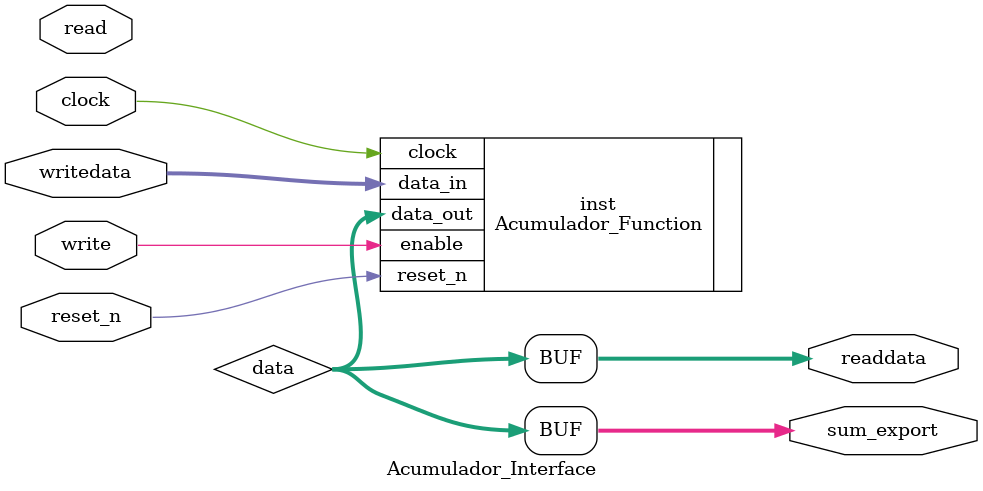
<source format=v>
module Acumulador_Interface (clock, reset_n, write, writedata, read, readdata, sum_export);

input clock, reset_n, write, read;
input [31:0] writedata;
output [31:0] readdata, sum_export;

wire [31:0] data;

Acumulador_Function inst (.clock(clock), .reset_n(reset_n), .enable(write), .data_in(writedata), .data_out(data));

assign readdata = data;
assign sum_export = data;

endmodule

</source>
